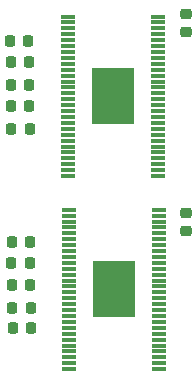
<source format=gbr>
%TF.GenerationSoftware,KiCad,Pcbnew,8.0.5*%
%TF.CreationDate,2025-03-07T15:27:06-05:00*%
%TF.ProjectId,TrainTrackerTest,54726169-6e54-4726-9163-6b6572546573,rev?*%
%TF.SameCoordinates,Original*%
%TF.FileFunction,Paste,Top*%
%TF.FilePolarity,Positive*%
%FSLAX46Y46*%
G04 Gerber Fmt 4.6, Leading zero omitted, Abs format (unit mm)*
G04 Created by KiCad (PCBNEW 8.0.5) date 2025-03-07 15:27:06*
%MOMM*%
%LPD*%
G01*
G04 APERTURE LIST*
G04 Aperture macros list*
%AMRoundRect*
0 Rectangle with rounded corners*
0 $1 Rounding radius*
0 $2 $3 $4 $5 $6 $7 $8 $9 X,Y pos of 4 corners*
0 Add a 4 corners polygon primitive as box body*
4,1,4,$2,$3,$4,$5,$6,$7,$8,$9,$2,$3,0*
0 Add four circle primitives for the rounded corners*
1,1,$1+$1,$2,$3*
1,1,$1+$1,$4,$5*
1,1,$1+$1,$6,$7*
1,1,$1+$1,$8,$9*
0 Add four rect primitives between the rounded corners*
20,1,$1+$1,$2,$3,$4,$5,0*
20,1,$1+$1,$4,$5,$6,$7,0*
20,1,$1+$1,$6,$7,$8,$9,0*
20,1,$1+$1,$8,$9,$2,$3,0*%
G04 Aperture macros list end*
%ADD10R,1.270000X0.299999*%
%ADD11R,3.610001X4.700001*%
%ADD12RoundRect,0.218750X0.218750X0.256250X-0.218750X0.256250X-0.218750X-0.256250X0.218750X-0.256250X0*%
%ADD13RoundRect,0.225000X0.250000X-0.225000X0.250000X0.225000X-0.250000X0.225000X-0.250000X-0.225000X0*%
G04 APERTURE END LIST*
D10*
%TO.C,U1*%
X106718019Y-71902216D03*
X106718019Y-72402214D03*
X106718019Y-72902214D03*
X106718019Y-73402212D03*
X106718019Y-73902212D03*
X106718019Y-74402211D03*
X106718019Y-74902210D03*
X106718019Y-75402208D03*
X106718019Y-75902208D03*
X106718019Y-76402206D03*
X106718019Y-76902206D03*
X106718019Y-77402205D03*
X106718019Y-77902204D03*
X106718019Y-78402202D03*
X106718019Y-78902202D03*
X106718019Y-79402200D03*
X106718019Y-79902199D03*
X106718019Y-80402198D03*
X106718019Y-80902198D03*
X106718019Y-81402196D03*
X106718019Y-81902196D03*
X106718019Y-82402194D03*
X106718019Y-82902193D03*
X106718019Y-83402192D03*
X106718019Y-83902192D03*
X106718019Y-84402190D03*
X106718019Y-84902190D03*
X106718019Y-85402188D03*
X114363419Y-85402188D03*
X114363419Y-84902190D03*
X114363419Y-84402190D03*
X114363419Y-83902192D03*
X114363419Y-83402192D03*
X114363419Y-82902193D03*
X114363419Y-82402194D03*
X114363419Y-81902196D03*
X114363419Y-81402196D03*
X114363419Y-80902198D03*
X114363419Y-80402198D03*
X114363419Y-79902199D03*
X114363419Y-79402200D03*
X114363419Y-78902202D03*
X114363419Y-78402202D03*
X114363419Y-77902204D03*
X114363419Y-77402205D03*
X114363419Y-76902206D03*
X114363419Y-76402206D03*
X114363419Y-75902208D03*
X114363419Y-75402208D03*
X114363419Y-74902210D03*
X114363419Y-74402211D03*
X114363419Y-73902212D03*
X114363419Y-73402212D03*
X114363419Y-72902214D03*
X114363419Y-72402214D03*
X114363419Y-71902216D03*
D11*
X110540719Y-78652202D03*
%TD*%
D10*
%TO.C,U2*%
X106591100Y-55550415D03*
X106591100Y-56050413D03*
X106591100Y-56550413D03*
X106591100Y-57050411D03*
X106591100Y-57550411D03*
X106591100Y-58050410D03*
X106591100Y-58550409D03*
X106591100Y-59050407D03*
X106591100Y-59550407D03*
X106591100Y-60050405D03*
X106591100Y-60550405D03*
X106591100Y-61050404D03*
X106591100Y-61550403D03*
X106591100Y-62050401D03*
X106591100Y-62550401D03*
X106591100Y-63050399D03*
X106591100Y-63550398D03*
X106591100Y-64050397D03*
X106591100Y-64550397D03*
X106591100Y-65050395D03*
X106591100Y-65550395D03*
X106591100Y-66050393D03*
X106591100Y-66550392D03*
X106591100Y-67050391D03*
X106591100Y-67550391D03*
X106591100Y-68050389D03*
X106591100Y-68550389D03*
X106591100Y-69050387D03*
X114236500Y-69050387D03*
X114236500Y-68550389D03*
X114236500Y-68050389D03*
X114236500Y-67550391D03*
X114236500Y-67050391D03*
X114236500Y-66550392D03*
X114236500Y-66050393D03*
X114236500Y-65550395D03*
X114236500Y-65050395D03*
X114236500Y-64550397D03*
X114236500Y-64050397D03*
X114236500Y-63550398D03*
X114236500Y-63050399D03*
X114236500Y-62550401D03*
X114236500Y-62050401D03*
X114236500Y-61550403D03*
X114236500Y-61050404D03*
X114236500Y-60550405D03*
X114236500Y-60050405D03*
X114236500Y-59550407D03*
X114236500Y-59050407D03*
X114236500Y-58550409D03*
X114236500Y-58050410D03*
X114236500Y-57550411D03*
X114236500Y-57050411D03*
X114236500Y-56550413D03*
X114236500Y-56050413D03*
X114236500Y-55550415D03*
D11*
X110413800Y-62300401D03*
%TD*%
D12*
%TO.C,D5*%
X103505019Y-81909201D03*
X101930019Y-81909201D03*
%TD*%
%TO.C,D6*%
X103352700Y-59436800D03*
X101777700Y-59436800D03*
%TD*%
%TO.C,D8*%
X103276500Y-57658000D03*
X101701500Y-57658000D03*
%TD*%
%TO.C,D3*%
X103428819Y-74619401D03*
X101853819Y-74619401D03*
%TD*%
%TO.C,D7*%
X103352700Y-61341000D03*
X101777700Y-61341000D03*
%TD*%
%TO.C,D1*%
X103403419Y-76422801D03*
X101828419Y-76422801D03*
%TD*%
D13*
%TO.C,C2*%
X116586000Y-56883600D03*
X116586000Y-55333600D03*
%TD*%
D12*
%TO.C,D9*%
X103352700Y-63144400D03*
X101777700Y-63144400D03*
%TD*%
%TO.C,D2*%
X103428719Y-78302401D03*
X101853719Y-78302401D03*
%TD*%
D13*
%TO.C,C3*%
X116586000Y-73698400D03*
X116586000Y-72148400D03*
%TD*%
D12*
%TO.C,D4*%
X103454119Y-80182001D03*
X101879119Y-80182001D03*
%TD*%
%TO.C,D10*%
X103403500Y-65049400D03*
X101828500Y-65049400D03*
%TD*%
M02*

</source>
